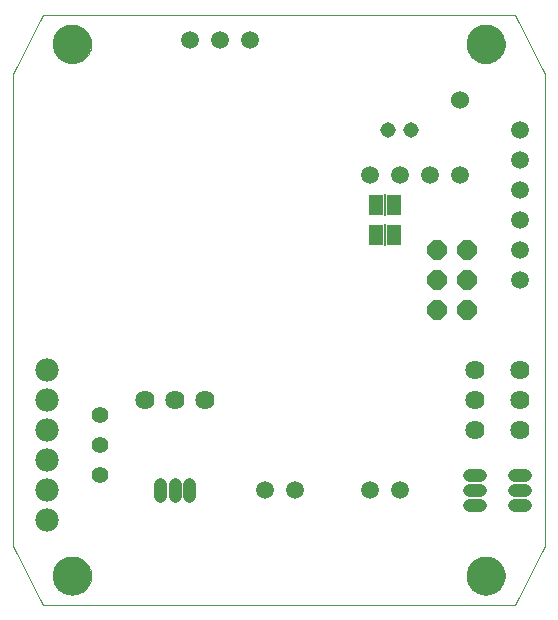
<source format=gbs>
G75*
%MOIN*%
%OFA0B0*%
%FSLAX24Y24*%
%IPPOS*%
%LPD*%
%AMOC8*
5,1,8,0,0,1.08239X$1,22.5*
%
%ADD10C,0.0000*%
%ADD11C,0.1300*%
%ADD12C,0.0600*%
%ADD13C,0.0594*%
%ADD14OC8,0.0640*%
%ADD15C,0.0640*%
%ADD16C,0.0437*%
%ADD17C,0.0516*%
%ADD18R,0.0500X0.0670*%
%ADD19R,0.0060X0.0720*%
%ADD20C,0.0780*%
%ADD21C,0.0555*%
D10*
X001510Y000307D02*
X000526Y002276D01*
X000526Y018024D01*
X001510Y019993D01*
X017258Y019993D01*
X018243Y018024D01*
X018243Y002276D01*
X017258Y000307D01*
X001510Y000307D01*
X001864Y001292D02*
X001866Y001342D01*
X001872Y001392D01*
X001882Y001441D01*
X001896Y001489D01*
X001913Y001536D01*
X001934Y001581D01*
X001959Y001625D01*
X001987Y001666D01*
X002019Y001705D01*
X002053Y001742D01*
X002090Y001776D01*
X002130Y001806D01*
X002172Y001833D01*
X002216Y001857D01*
X002262Y001878D01*
X002309Y001894D01*
X002357Y001907D01*
X002407Y001916D01*
X002456Y001921D01*
X002507Y001922D01*
X002557Y001919D01*
X002606Y001912D01*
X002655Y001901D01*
X002703Y001886D01*
X002749Y001868D01*
X002794Y001846D01*
X002837Y001820D01*
X002878Y001791D01*
X002917Y001759D01*
X002953Y001724D01*
X002985Y001686D01*
X003015Y001646D01*
X003042Y001603D01*
X003065Y001559D01*
X003084Y001513D01*
X003100Y001465D01*
X003112Y001416D01*
X003120Y001367D01*
X003124Y001317D01*
X003124Y001267D01*
X003120Y001217D01*
X003112Y001168D01*
X003100Y001119D01*
X003084Y001071D01*
X003065Y001025D01*
X003042Y000981D01*
X003015Y000938D01*
X002985Y000898D01*
X002953Y000860D01*
X002917Y000825D01*
X002878Y000793D01*
X002837Y000764D01*
X002794Y000738D01*
X002749Y000716D01*
X002703Y000698D01*
X002655Y000683D01*
X002606Y000672D01*
X002557Y000665D01*
X002507Y000662D01*
X002456Y000663D01*
X002407Y000668D01*
X002357Y000677D01*
X002309Y000690D01*
X002262Y000706D01*
X002216Y000727D01*
X002172Y000751D01*
X002130Y000778D01*
X002090Y000808D01*
X002053Y000842D01*
X002019Y000879D01*
X001987Y000918D01*
X001959Y000959D01*
X001934Y001003D01*
X001913Y001048D01*
X001896Y001095D01*
X001882Y001143D01*
X001872Y001192D01*
X001866Y001242D01*
X001864Y001292D01*
X015644Y001292D02*
X015646Y001342D01*
X015652Y001392D01*
X015662Y001441D01*
X015676Y001489D01*
X015693Y001536D01*
X015714Y001581D01*
X015739Y001625D01*
X015767Y001666D01*
X015799Y001705D01*
X015833Y001742D01*
X015870Y001776D01*
X015910Y001806D01*
X015952Y001833D01*
X015996Y001857D01*
X016042Y001878D01*
X016089Y001894D01*
X016137Y001907D01*
X016187Y001916D01*
X016236Y001921D01*
X016287Y001922D01*
X016337Y001919D01*
X016386Y001912D01*
X016435Y001901D01*
X016483Y001886D01*
X016529Y001868D01*
X016574Y001846D01*
X016617Y001820D01*
X016658Y001791D01*
X016697Y001759D01*
X016733Y001724D01*
X016765Y001686D01*
X016795Y001646D01*
X016822Y001603D01*
X016845Y001559D01*
X016864Y001513D01*
X016880Y001465D01*
X016892Y001416D01*
X016900Y001367D01*
X016904Y001317D01*
X016904Y001267D01*
X016900Y001217D01*
X016892Y001168D01*
X016880Y001119D01*
X016864Y001071D01*
X016845Y001025D01*
X016822Y000981D01*
X016795Y000938D01*
X016765Y000898D01*
X016733Y000860D01*
X016697Y000825D01*
X016658Y000793D01*
X016617Y000764D01*
X016574Y000738D01*
X016529Y000716D01*
X016483Y000698D01*
X016435Y000683D01*
X016386Y000672D01*
X016337Y000665D01*
X016287Y000662D01*
X016236Y000663D01*
X016187Y000668D01*
X016137Y000677D01*
X016089Y000690D01*
X016042Y000706D01*
X015996Y000727D01*
X015952Y000751D01*
X015910Y000778D01*
X015870Y000808D01*
X015833Y000842D01*
X015799Y000879D01*
X015767Y000918D01*
X015739Y000959D01*
X015714Y001003D01*
X015693Y001048D01*
X015676Y001095D01*
X015662Y001143D01*
X015652Y001192D01*
X015646Y001242D01*
X015644Y001292D01*
X015644Y019008D02*
X015646Y019058D01*
X015652Y019108D01*
X015662Y019157D01*
X015676Y019205D01*
X015693Y019252D01*
X015714Y019297D01*
X015739Y019341D01*
X015767Y019382D01*
X015799Y019421D01*
X015833Y019458D01*
X015870Y019492D01*
X015910Y019522D01*
X015952Y019549D01*
X015996Y019573D01*
X016042Y019594D01*
X016089Y019610D01*
X016137Y019623D01*
X016187Y019632D01*
X016236Y019637D01*
X016287Y019638D01*
X016337Y019635D01*
X016386Y019628D01*
X016435Y019617D01*
X016483Y019602D01*
X016529Y019584D01*
X016574Y019562D01*
X016617Y019536D01*
X016658Y019507D01*
X016697Y019475D01*
X016733Y019440D01*
X016765Y019402D01*
X016795Y019362D01*
X016822Y019319D01*
X016845Y019275D01*
X016864Y019229D01*
X016880Y019181D01*
X016892Y019132D01*
X016900Y019083D01*
X016904Y019033D01*
X016904Y018983D01*
X016900Y018933D01*
X016892Y018884D01*
X016880Y018835D01*
X016864Y018787D01*
X016845Y018741D01*
X016822Y018697D01*
X016795Y018654D01*
X016765Y018614D01*
X016733Y018576D01*
X016697Y018541D01*
X016658Y018509D01*
X016617Y018480D01*
X016574Y018454D01*
X016529Y018432D01*
X016483Y018414D01*
X016435Y018399D01*
X016386Y018388D01*
X016337Y018381D01*
X016287Y018378D01*
X016236Y018379D01*
X016187Y018384D01*
X016137Y018393D01*
X016089Y018406D01*
X016042Y018422D01*
X015996Y018443D01*
X015952Y018467D01*
X015910Y018494D01*
X015870Y018524D01*
X015833Y018558D01*
X015799Y018595D01*
X015767Y018634D01*
X015739Y018675D01*
X015714Y018719D01*
X015693Y018764D01*
X015676Y018811D01*
X015662Y018859D01*
X015652Y018908D01*
X015646Y018958D01*
X015644Y019008D01*
X001864Y019008D02*
X001866Y019058D01*
X001872Y019108D01*
X001882Y019157D01*
X001896Y019205D01*
X001913Y019252D01*
X001934Y019297D01*
X001959Y019341D01*
X001987Y019382D01*
X002019Y019421D01*
X002053Y019458D01*
X002090Y019492D01*
X002130Y019522D01*
X002172Y019549D01*
X002216Y019573D01*
X002262Y019594D01*
X002309Y019610D01*
X002357Y019623D01*
X002407Y019632D01*
X002456Y019637D01*
X002507Y019638D01*
X002557Y019635D01*
X002606Y019628D01*
X002655Y019617D01*
X002703Y019602D01*
X002749Y019584D01*
X002794Y019562D01*
X002837Y019536D01*
X002878Y019507D01*
X002917Y019475D01*
X002953Y019440D01*
X002985Y019402D01*
X003015Y019362D01*
X003042Y019319D01*
X003065Y019275D01*
X003084Y019229D01*
X003100Y019181D01*
X003112Y019132D01*
X003120Y019083D01*
X003124Y019033D01*
X003124Y018983D01*
X003120Y018933D01*
X003112Y018884D01*
X003100Y018835D01*
X003084Y018787D01*
X003065Y018741D01*
X003042Y018697D01*
X003015Y018654D01*
X002985Y018614D01*
X002953Y018576D01*
X002917Y018541D01*
X002878Y018509D01*
X002837Y018480D01*
X002794Y018454D01*
X002749Y018432D01*
X002703Y018414D01*
X002655Y018399D01*
X002606Y018388D01*
X002557Y018381D01*
X002507Y018378D01*
X002456Y018379D01*
X002407Y018384D01*
X002357Y018393D01*
X002309Y018406D01*
X002262Y018422D01*
X002216Y018443D01*
X002172Y018467D01*
X002130Y018494D01*
X002090Y018524D01*
X002053Y018558D01*
X002019Y018595D01*
X001987Y018634D01*
X001959Y018675D01*
X001934Y018719D01*
X001913Y018764D01*
X001896Y018811D01*
X001882Y018859D01*
X001872Y018908D01*
X001866Y018958D01*
X001864Y019008D01*
D11*
X002494Y019008D03*
X016274Y019008D03*
X016274Y001292D03*
X002494Y001292D03*
D12*
X015400Y017150D03*
D13*
X017400Y016150D03*
X017400Y015150D03*
X017400Y014150D03*
X017400Y013150D03*
X017400Y012150D03*
X017400Y011150D03*
X015400Y014650D03*
X014400Y014650D03*
X013400Y014650D03*
X012400Y014650D03*
X008400Y019150D03*
X007400Y019150D03*
X006400Y019150D03*
X008900Y004150D03*
X009900Y004150D03*
X012400Y004150D03*
X013400Y004150D03*
D14*
X014650Y010150D03*
X014650Y011150D03*
X014650Y012150D03*
X015650Y012150D03*
X015650Y011150D03*
X015650Y010150D03*
D15*
X015900Y008150D03*
X015900Y007150D03*
X015900Y006150D03*
X017400Y006150D03*
X017400Y007150D03*
X017400Y008150D03*
X006900Y007150D03*
X005900Y007150D03*
X004900Y007150D03*
D16*
X005400Y004348D02*
X005400Y003952D01*
X005900Y003952D02*
X005900Y004348D01*
X006392Y004348D02*
X006392Y003952D01*
X015702Y004150D02*
X016098Y004150D01*
X016098Y004642D02*
X015702Y004642D01*
X015702Y003650D02*
X016098Y003650D01*
X017202Y003650D02*
X017598Y003650D01*
X017598Y004150D02*
X017202Y004150D01*
X017202Y004642D02*
X017598Y004642D01*
D17*
X013794Y016150D03*
X013006Y016150D03*
D18*
X013200Y013650D03*
X012600Y013650D03*
X012600Y012650D03*
X013200Y012650D03*
D19*
X012900Y012650D03*
X012900Y013650D03*
D20*
X001650Y008150D03*
X001650Y007150D03*
X001650Y006150D03*
X001650Y005150D03*
X001650Y004150D03*
X001650Y003150D03*
D21*
X003400Y004650D03*
X003400Y005650D03*
X003400Y006650D03*
M02*

</source>
